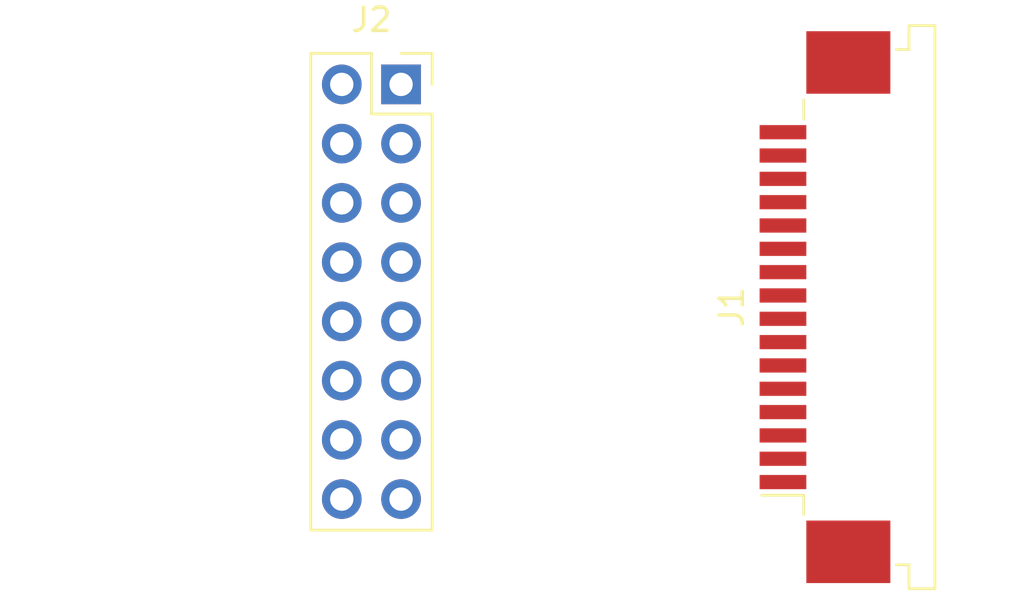
<source format=kicad_pcb>
(kicad_pcb (version 20221018) (generator pcbnew)
  (layers (0 "F.Cu" signal) (31 "B.Cu" signal) (34 "B.Paste" user) (35 "F.Paste" user) (36 "B.SilkS" user "B.Silkscreen") (37 "F.SilkS" user "F.Silkscreen") (38 "B.Mask" user) (39 "F.Mask" user) (44 "Edge.Cuts" user))
  (net 0 "")
  (footprint "Connector_FFC-FPC:TE_1-84953-6_1x16-1MP_P1.0mm_Horizontal" (layer "F.Cu") (at 222.55 368.35 90)
    (fp_text reference "J1" (at 0 -4 90) (layer "F.SilkS"))
    (fp_text value "Conn_01x16")
    (fp_line (start -12.07 3.6) (end -11.045 3.6) (stroke (width 0.12)) (layer "F.SilkS"))
    (fp_line (start -12.07 4.71) (end -12.07 3.6) (stroke (width 0.12)) (layer "F.SilkS"))
    (fp_line (start -11.045 3.6) (end -11.045 3.06) (stroke (width 0.12)) (layer "F.SilkS"))
    (fp_line (start -8.89 -0.91) (end -8.065 -0.91) (stroke (width 0.12)) (layer "F.SilkS"))
    (fp_line (start -8.065 -0.91) (end -8.065 -2.71) (stroke (width 0.12)) (layer "F.SilkS"))
    (fp_line (start 8.065 -0.91) (end 8.89 -0.91) (stroke (width 0.12)) (layer "F.SilkS"))
    (fp_line (start 11.045 3.06) (end 11.045 3.6) (stroke (width 0.12)) (layer "F.SilkS"))
    (fp_line (start 11.045 3.6) (end 12.07 3.6) (stroke (width 0.12)) (layer "F.SilkS"))
    (fp_line (start 12.07 3.6) (end 12.07 4.71) (stroke (width 0.12)) (layer "F.SilkS"))
    (fp_line (start 12.07 4.71) (end -12.07 4.71) (stroke (width 0.12)) (layer "F.SilkS"))
    (pad "1" smd rect (at -7.5 -1.8 90) (size 0.61 2) (layers "F.Cu" "F.Paste" "F.Mask"))
    (pad "2" smd rect (at -6.5 -1.8 90) (size 0.61 2) (layers "F.Cu" "F.Paste" "F.Mask"))
    (pad "3" smd rect (at -5.5 -1.8 90) (size 0.61 2) (layers "F.Cu" "F.Paste" "F.Mask"))
    (pad "4" smd rect (at -4.5 -1.8 90) (size 0.61 2) (layers "F.Cu" "F.Paste" "F.Mask"))
    (pad "5" smd rect (at -3.5 -1.8 90) (size 0.61 2) (layers "F.Cu" "F.Paste" "F.Mask"))
    (pad "6" smd rect (at -2.5 -1.8 90) (size 0.61 2) (layers "F.Cu" "F.Paste" "F.Mask"))
    (pad "7" smd rect (at -1.5 -1.8 90) (size 0.61 2) (layers "F.Cu" "F.Paste" "F.Mask"))
    (pad "8" smd rect (at -0.5 -1.8 90) (size 0.61 2) (layers "F.Cu" "F.Paste" "F.Mask"))
    (pad "9" smd rect (at 0.5 -1.8 90) (size 0.61 2) (layers "F.Cu" "F.Paste" "F.Mask"))
    (pad "10" smd rect (at 1.5 -1.8 90) (size 0.61 2) (layers "F.Cu" "F.Paste" "F.Mask"))
    (pad "11" smd rect (at 2.5 -1.8 90) (size 0.61 2) (layers "F.Cu" "F.Paste" "F.Mask"))
    (pad "12" smd rect (at 3.5 -1.8 90) (size 0.61 2) (layers "F.Cu" "F.Paste" "F.Mask"))
    (pad "13" smd rect (at 4.5 -1.8 90) (size 0.61 2) (layers "F.Cu" "F.Paste" "F.Mask"))
    (pad "14" smd rect (at 5.5 -1.8 90) (size 0.61 2) (layers "F.Cu" "F.Paste" "F.Mask"))
    (pad "15" smd rect (at 6.5 -1.8 90) (size 0.61 2) (layers "F.Cu" "F.Paste" "F.Mask"))
    (pad "16" smd rect (at 7.5 -1.8 90) (size 0.61 2) (layers "F.Cu" "F.Paste" "F.Mask"))
    (pad "MP" smd rect (at -10.49 1 90) (size 2.68 3.6) (layers "F.Cu" "F.Paste" "F.Mask"))
    (pad "MP" smd rect (at 10.49 1 90) (size 2.68 3.6) (layers "F.Cu" "F.Paste" "F.Mask"))
  )
  (footprint "Connector_PinSocket_2.54mm:PinSocket_2x08_P2.54mm_Vertical" (layer "F.Cu") (at 204.39 358.8)
    (fp_text reference "J2" (at -1.27 -2.77) (layer "F.SilkS"))
    (fp_text value "Conn_02x08_Row_Letter_Last_MountingPin")
    (fp_line (start -3.87 -1.33) (end -3.87 19.11) (stroke (width 0.12)) (layer "F.SilkS"))
    (fp_line (start -3.87 -1.33) (end -1.27 -1.33) (stroke (width 0.12)) (layer "F.SilkS"))
    (fp_line (start -3.87 19.11) (end 1.33 19.11) (stroke (width 0.12)) (layer "F.SilkS"))
    (fp_line (start -1.27 -1.33) (end -1.27 1.27) (stroke (width 0.12)) (layer "F.SilkS"))
    (fp_line (start -1.27 1.27) (end 1.33 1.27) (stroke (width 0.12)) (layer "F.SilkS"))
    (fp_line (start 0 -1.33) (end 1.33 -1.33) (stroke (width 0.12)) (layer "F.SilkS"))
    (fp_line (start 1.33 -1.33) (end 1.33 0) (stroke (width 0.12)) (layer "F.SilkS"))
    (fp_line (start 1.33 1.27) (end 1.33 19.11) (stroke (width 0.12)) (layer "F.SilkS"))
    (pad "1" thru_hole rect (at 0 0) (size 1.7 1.7) (drill 1) (layers "*.Cu" "*.Mask"))
    (pad "2" thru_hole oval (at -2.54 0) (size 1.7 1.7) (drill 1) (layers "*.Cu" "*.Mask"))
    (pad "3" thru_hole oval (at 0 2.54) (size 1.7 1.7) (drill 1) (layers "*.Cu" "*.Mask"))
    (pad "4" thru_hole oval (at -2.54 2.54) (size 1.7 1.7) (drill 1) (layers "*.Cu" "*.Mask"))
    (pad "5" thru_hole oval (at 0 5.08) (size 1.7 1.7) (drill 1) (layers "*.Cu" "*.Mask"))
    (pad "6" thru_hole oval (at -2.54 5.08) (size 1.7 1.7) (drill 1) (layers "*.Cu" "*.Mask"))
    (pad "7" thru_hole oval (at 0 7.62) (size 1.7 1.7) (drill 1) (layers "*.Cu" "*.Mask"))
    (pad "8" thru_hole oval (at -2.54 7.62) (size 1.7 1.7) (drill 1) (layers "*.Cu" "*.Mask"))
    (pad "9" thru_hole oval (at 0 10.16) (size 1.7 1.7) (drill 1) (layers "*.Cu" "*.Mask"))
    (pad "10" thru_hole oval (at -2.54 10.16) (size 1.7 1.7) (drill 1) (layers "*.Cu" "*.Mask"))
    (pad "11" thru_hole oval (at 0 12.7) (size 1.7 1.7) (drill 1) (layers "*.Cu" "*.Mask"))
    (pad "12" thru_hole oval (at -2.54 12.7) (size 1.7 1.7) (drill 1) (layers "*.Cu" "*.Mask"))
    (pad "13" thru_hole oval (at 0 15.24) (size 1.7 1.7) (drill 1) (layers "*.Cu" "*.Mask"))
    (pad "14" thru_hole oval (at -2.54 15.24) (size 1.7 1.7) (drill 1) (layers "*.Cu" "*.Mask"))
    (pad "15" thru_hole oval (at 0 17.78) (size 1.7 1.7) (drill 1) (layers "*.Cu" "*.Mask"))
    (pad "16" thru_hole oval (at -2.54 17.78) (size 1.7 1.7) (drill 1) (layers "*.Cu" "*.Mask"))
  )
)
</source>
